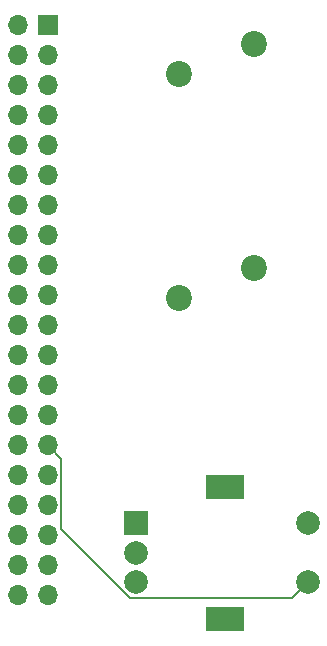
<source format=gbr>
%TF.GenerationSoftware,KiCad,Pcbnew,9.0.0*%
%TF.CreationDate,2025-06-09T17:29:50+05:30*%
%TF.ProjectId,MP3Player,4d503350-6c61-4796-9572-2e6b69636164,rev?*%
%TF.SameCoordinates,Original*%
%TF.FileFunction,Copper,L2,Bot*%
%TF.FilePolarity,Positive*%
%FSLAX46Y46*%
G04 Gerber Fmt 4.6, Leading zero omitted, Abs format (unit mm)*
G04 Created by KiCad (PCBNEW 9.0.0) date 2025-06-09 17:29:50*
%MOMM*%
%LPD*%
G01*
G04 APERTURE LIST*
%TA.AperFunction,ComponentPad*%
%ADD10R,1.700000X1.700000*%
%TD*%
%TA.AperFunction,ComponentPad*%
%ADD11O,1.700000X1.700000*%
%TD*%
%TA.AperFunction,ComponentPad*%
%ADD12R,2.000000X2.000000*%
%TD*%
%TA.AperFunction,ComponentPad*%
%ADD13C,2.000000*%
%TD*%
%TA.AperFunction,ComponentPad*%
%ADD14R,3.200000X2.000000*%
%TD*%
%TA.AperFunction,ComponentPad*%
%ADD15C,2.200000*%
%TD*%
%TA.AperFunction,Conductor*%
%ADD16C,0.200000*%
%TD*%
G04 APERTURE END LIST*
D10*
%TO.P,J1,1,3V3*%
%TO.N,Net-(J1-3V3-Pad1)*%
X133000000Y-53860000D03*
D11*
%TO.P,J1,2,5V*%
%TO.N,Net-(J1-5V-Pad2)*%
X130460000Y-53860000D03*
%TO.P,J1,3,SDA_I2C1/GPIO02*%
%TO.N,unconnected-(J1-SDA_I2C1{slash}GPIO02-Pad3)*%
X133000000Y-56400000D03*
%TO.P,J1,4,5V*%
%TO.N,Net-(J1-5V-Pad2)*%
X130460000Y-56400000D03*
%TO.P,J1,5,SCL_I2C1/GPIO03*%
%TO.N,unconnected-(J1-SCL_I2C1{slash}GPIO03-Pad5)*%
X133000000Y-58940000D03*
%TO.P,J1,6,GND*%
%TO.N,Net-(J1-GND-Pad14)*%
X130460000Y-58940000D03*
%TO.P,J1,7,GPCLK0/GPIO04*%
%TO.N,unconnected-(J1-GPCLK0{slash}GPIO04-Pad7)*%
X133000000Y-61480000D03*
%TO.P,J1,8,GPIO14/UART_TXD*%
%TO.N,unconnected-(J1-GPIO14{slash}UART_TXD-Pad8)*%
X130460000Y-61480000D03*
%TO.P,J1,9,GND*%
%TO.N,Net-(J1-GND-Pad14)*%
X133000000Y-64020000D03*
%TO.P,J1,10,GPIO15/UART_RXD*%
%TO.N,unconnected-(J1-GPIO15{slash}UART_RXD-Pad10)*%
X130460000Y-64020000D03*
%TO.P,J1,11,GPIO17/SPI1_~{CE1}*%
%TO.N,unconnected-(J1-GPIO17{slash}SPI1_~{CE1}-Pad11)*%
X133000000Y-66560000D03*
%TO.P,J1,12,GPIO18/SPI1_~{CE0}/PCM_CLK/PWM0*%
%TO.N,unconnected-(J1-GPIO18{slash}SPI1_~{CE0}{slash}PCM_CLK{slash}PWM0-Pad12)*%
X130460000Y-66560000D03*
%TO.P,J1,13,GPIO27/SDIO_DAT3*%
%TO.N,unconnected-(J1-GPIO27{slash}SDIO_DAT3-Pad13)*%
X133000000Y-69100000D03*
%TO.P,J1,14,GND*%
%TO.N,Net-(J1-GND-Pad14)*%
X130460000Y-69100000D03*
%TO.P,J1,15,GPIO22/SDIO_CLK*%
%TO.N,unconnected-(J1-GPIO22{slash}SDIO_CLK-Pad15)*%
X133000000Y-71640000D03*
%TO.P,J1,16,GPIO23/SDIO_CMD*%
%TO.N,unconnected-(J1-GPIO23{slash}SDIO_CMD-Pad16)*%
X130460000Y-71640000D03*
%TO.P,J1,17,3V3*%
%TO.N,Net-(J1-3V3-Pad1)*%
X133000000Y-74180000D03*
%TO.P,J1,18,GPIO24/SDIO_DAT0*%
%TO.N,unconnected-(J1-GPIO24{slash}SDIO_DAT0-Pad18)*%
X130460000Y-74180000D03*
%TO.P,J1,19,MOSI_SPI0/GPIO10*%
%TO.N,unconnected-(J1-MOSI_SPI0{slash}GPIO10-Pad19)*%
X133000000Y-76720000D03*
%TO.P,J1,20,GND*%
%TO.N,Net-(J1-GND-Pad14)*%
X130460000Y-76720000D03*
%TO.P,J1,21,MISO_SPI0/GPIO09*%
%TO.N,unconnected-(J1-MISO_SPI0{slash}GPIO09-Pad21)*%
X133000000Y-79260000D03*
%TO.P,J1,22,GPIO25/SDIO_DAT1*%
%TO.N,unconnected-(J1-GPIO25{slash}SDIO_DAT1-Pad22)*%
X130460000Y-79260000D03*
%TO.P,J1,23,SCLK_SPI0/GPIO11*%
%TO.N,unconnected-(J1-SCLK_SPI0{slash}GPIO11-Pad23)*%
X133000000Y-81800000D03*
%TO.P,J1,24,~{CE0}_SPI0/GPIO08*%
%TO.N,unconnected-(J1-~{CE0}_SPI0{slash}GPIO08-Pad24)*%
X130460000Y-81800000D03*
%TO.P,J1,25,GND*%
%TO.N,Net-(J1-GND-Pad14)*%
X133000000Y-84340000D03*
%TO.P,J1,26,~{CE1}_SPI0/GPIO07*%
%TO.N,unconnected-(J1-~{CE1}_SPI0{slash}GPIO07-Pad26)*%
X130460000Y-84340000D03*
%TO.P,J1,27,ID_SD_I2C0/GPIO00*%
%TO.N,unconnected-(J1-ID_SD_I2C0{slash}GPIO00-Pad27)*%
X133000000Y-86880000D03*
%TO.P,J1,28,ID_SC_I2C0/GPIO01*%
%TO.N,unconnected-(J1-ID_SC_I2C0{slash}GPIO01-Pad28)*%
X130460000Y-86880000D03*
%TO.P,J1,29,GPCLK1/GPIO05*%
%TO.N,Net-(J1-GPCLK1{slash}GPIO05)*%
X133000000Y-89420000D03*
%TO.P,J1,30,GND*%
%TO.N,Net-(J1-GND-Pad14)*%
X130460000Y-89420000D03*
%TO.P,J1,31,GPCLK2/GPIO06*%
%TO.N,Net-(J1-GPCLK2{slash}GPIO06)*%
X133000000Y-91960000D03*
%TO.P,J1,32,GPIO12/PWM0*%
%TO.N,Net-(J1-GPIO12{slash}PWM0)*%
X130460000Y-91960000D03*
%TO.P,J1,33,GPIO13/PWM1*%
%TO.N,unconnected-(J1-GPIO13{slash}PWM1-Pad33)*%
X133000000Y-94500000D03*
%TO.P,J1,34,GND*%
%TO.N,Net-(J1-GND-Pad14)*%
X130460000Y-94500000D03*
%TO.P,J1,35,GPIO19/SPI1_MISO/PCM_FS*%
%TO.N,unconnected-(J1-GPIO19{slash}SPI1_MISO{slash}PCM_FS-Pad35)*%
X133000000Y-97040000D03*
%TO.P,J1,36,GPIO16/SPI1_~{CE2}*%
%TO.N,Net-(J1-GPIO16{slash}SPI1_~{CE2})*%
X130460000Y-97040000D03*
%TO.P,J1,37,GPIO26/SDIO_DAT2*%
%TO.N,Net-(J1-GPIO26{slash}SDIO_DAT2)*%
X133000000Y-99580000D03*
%TO.P,J1,38,GPIO20/SPI1_MOSI/PCM_DIN/PWM1*%
%TO.N,unconnected-(J1-GPIO20{slash}SPI1_MOSI{slash}PCM_DIN{slash}PWM1-Pad38)*%
X130460000Y-99580000D03*
%TO.P,J1,39,GND*%
%TO.N,Net-(J1-GND-Pad14)*%
X133000000Y-102120000D03*
%TO.P,J1,40,GPIO21/SPI1_SCLK/PCM_DOUT*%
%TO.N,unconnected-(J1-GPIO21{slash}SPI1_SCLK{slash}PCM_DOUT-Pad40)*%
X130460000Y-102120000D03*
%TD*%
D12*
%TO.P,SW1,A,A*%
%TO.N,Net-(J1-GPIO12{slash}PWM0)*%
X140500000Y-96000000D03*
D13*
%TO.P,SW1,B,B*%
%TO.N,Net-(J1-GPIO16{slash}SPI1_~{CE2})*%
X140500000Y-101000000D03*
%TO.P,SW1,C,C*%
%TO.N,Net-(J1-GND-Pad14)*%
X140500000Y-98500000D03*
D14*
%TO.P,SW1,MP*%
%TO.N,N/C*%
X148000000Y-92900000D03*
X148000000Y-104100000D03*
D13*
%TO.P,SW1,S1,S1*%
%TO.N,Net-(J1-GPCLK1{slash}GPIO05)*%
X155000000Y-101000000D03*
%TO.P,SW1,S2,S2*%
%TO.N,Net-(J1-GND-Pad14)*%
X155000000Y-96000000D03*
%TD*%
D15*
%TO.P,SW2,1,1*%
%TO.N,Net-(J1-GPCLK2{slash}GPIO06)*%
X150460000Y-55420000D03*
%TO.P,SW2,2,2*%
%TO.N,Net-(J1-GND-Pad14)*%
X144110000Y-57960000D03*
%TD*%
%TO.P,SW3,1,1*%
%TO.N,Net-(J1-GPIO26{slash}SDIO_DAT2)*%
X150460000Y-74380000D03*
%TO.P,SW3,2,2*%
%TO.N,Net-(J1-GND-Pad14)*%
X144110000Y-76920000D03*
%TD*%
D16*
%TO.N,Net-(J1-GPCLK1{slash}GPIO05)*%
X134151000Y-96490892D02*
X134151000Y-90571000D01*
X153699000Y-102301000D02*
X139961108Y-102301000D01*
X134151000Y-90571000D02*
X133000000Y-89420000D01*
X139961108Y-102301000D02*
X134151000Y-96490892D01*
X155000000Y-101000000D02*
X153699000Y-102301000D01*
%TD*%
M02*

</source>
